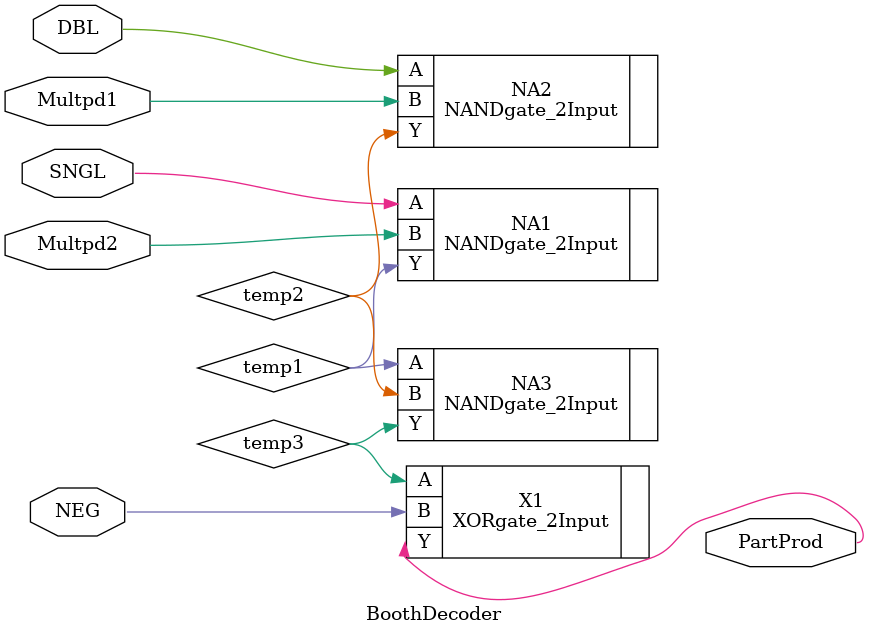
<source format=v>
`timescale 1ns / 1ps
module BoothDecoder(
    input SNGL,
    input DBL,
    input NEG,
    input Multpd1,
    input Multpd2,
    output PartProd
    );

wire temp1,temp2,temp3; 

NANDgate_2Input NA1(.A(SNGL), .B(Multpd2), .Y(temp1)); 
NANDgate_2Input NA2(.A(DBL), .B(Multpd1), .Y(temp2));
NANDgate_2Input NA3(.A(temp1), .B(temp2), .Y(temp3));
XORgate_2Input X1(.A(temp3), .B(NEG), .Y(PartProd));

endmodule

</source>
